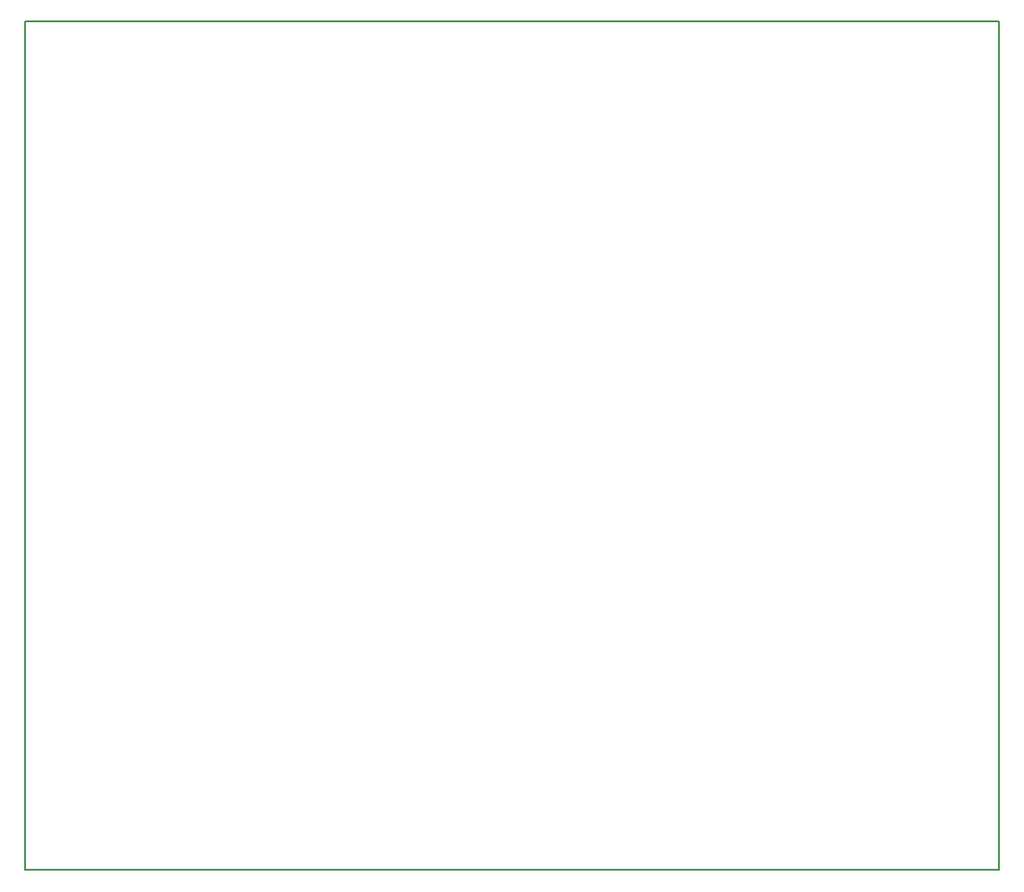
<source format=gbr>
G04 #@! TF.FileFunction,Profile,NP*
%FSLAX46Y46*%
G04 Gerber Fmt 4.6, Leading zero omitted, Abs format (unit mm)*
G04 Created by KiCad (PCBNEW (2015-10-05 BZR 6247)-product) date Mon 12 Oct 2015 07:26:51 PM AWST*
%MOMM*%
G01*
G04 APERTURE LIST*
%ADD10C,0.100000*%
%ADD11C,0.150000*%
G04 APERTURE END LIST*
D10*
D11*
X233680000Y-74930000D02*
X233680000Y-133350000D01*
X232410000Y-74930000D02*
X233680000Y-74930000D01*
X144780000Y-74930000D02*
X232410000Y-74930000D01*
X144780000Y-76200000D02*
X144780000Y-74930000D01*
X144780000Y-133350000D02*
X144780000Y-76200000D01*
X144780000Y-133350000D02*
X144780000Y-152400000D01*
X233680000Y-152400000D02*
X144780000Y-152400000D01*
X233680000Y-133350000D02*
X233680000Y-152400000D01*
M02*

</source>
